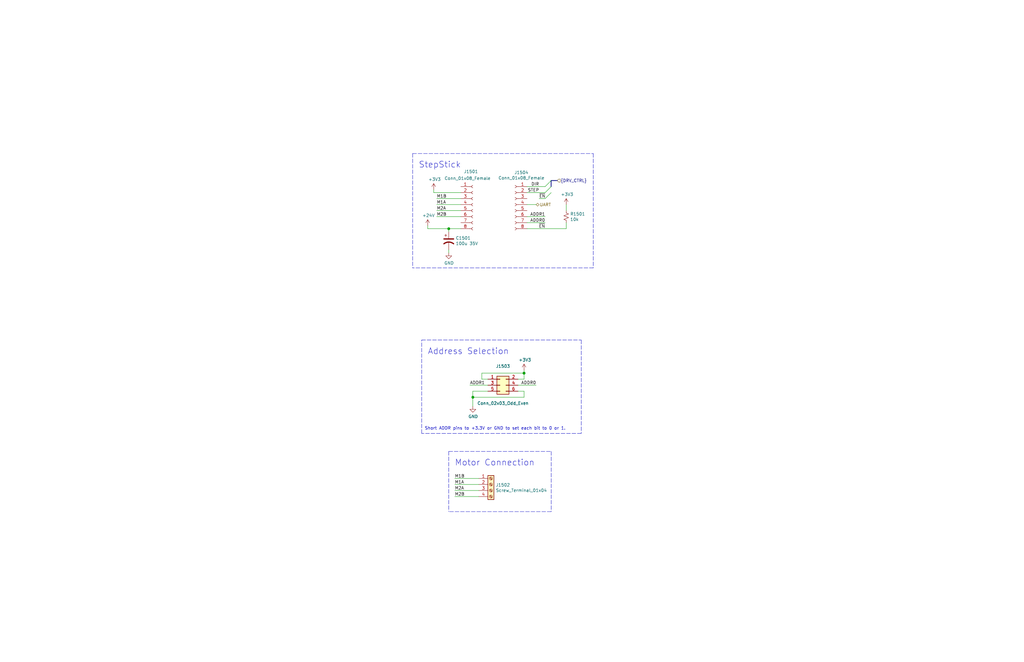
<source format=kicad_sch>
(kicad_sch (version 20200714) (host eeschema "5.99.0-unknown-9b6ade6b1~102~ubuntu20.04.1")
  (page 0 15)
  (paper "B")
  (title_block (title "StepStick Interface") (date "2020-06-24") (rev "1.0") (comment 1 "Drawn by: Cameron McQuinn"))
  (lib_symbols
    (symbol "Connector:Conn_01x08_Female" (pin_names hide)
      (property "Reference" "J" (at 0 10.16 0))
      (property "Value" "Conn_01x08_Female" (at 0 -12.7 0))
      (symbol "Conn_01x08_Female_1_1"
        (arc (start 0 -9.652) (end 0 -10.668) (radius (at 0 -10.16) (length 0.508) (angles 90.1 -90.1)) (stroke (width 0.1524)))
        (arc (start 0 -7.112) (end 0 -8.128) (radius (at 0 -7.62) (length 0.508) (angles 90.1 -90.1)) (stroke (width 0.1524)))
        (arc (start 0 -4.572) (end 0 -5.588) (radius (at 0 -5.08) (length 0.508) (angles 90.1 -90.1)) (stroke (width 0.1524)))
        (arc (start 0 -2.032) (end 0 -3.048) (radius (at 0 -2.54) (length 0.508) (angles 90.1 -90.1)) (stroke (width 0.1524)))
        (arc (start 0 0.508) (end 0 -0.508) (radius (at 0 0) (length 0.508) (angles 90.1 -90.1)) (stroke (width 0.1524)))
        (arc (start 0 3.048) (end 0 2.032) (radius (at 0 2.54) (length 0.508) (angles 90.1 -90.1)) (stroke (width 0.1524)))
        (arc (start 0 5.588) (end 0 4.572) (radius (at 0 5.08) (length 0.508) (angles 90.1 -90.1)) (stroke (width 0.1524)))
        (arc (start 0 8.128) (end 0 7.112) (radius (at 0 7.62) (length 0.508) (angles 90.1 -90.1)) (stroke (width 0.1524)))
        (polyline (pts (xy -1.27 -10.16) (xy -0.508 -10.16)) (stroke (width 0.1524)))
        (polyline (pts (xy -1.27 -7.62) (xy -0.508 -7.62)) (stroke (width 0.1524)))
        (polyline (pts (xy -1.27 -5.08) (xy -0.508 -5.08)) (stroke (width 0.1524)))
        (polyline (pts (xy -1.27 -2.54) (xy -0.508 -2.54)) (stroke (width 0.1524)))
        (polyline (pts (xy -1.27 0) (xy -0.508 0)) (stroke (width 0.1524)))
        (polyline (pts (xy -1.27 2.54) (xy -0.508 2.54)) (stroke (width 0.1524)))
        (polyline (pts (xy -1.27 5.08) (xy -0.508 5.08)) (stroke (width 0.1524)))
        (polyline (pts (xy -1.27 7.62) (xy -0.508 7.62)) (stroke (width 0.1524)))
        (pin passive line (at -5.08 7.62 0) (length 3.81) (name "Pin_1") (number "1"))
        (pin passive line (at -5.08 5.08 0) (length 3.81) (name "Pin_2") (number "2"))
        (pin passive line (at -5.08 2.54 0) (length 3.81) (name "Pin_3") (number "3"))
        (pin passive line (at -5.08 0 0) (length 3.81) (name "Pin_4") (number "4"))
        (pin passive line (at -5.08 -2.54 0) (length 3.81) (name "Pin_5") (number "5"))
        (pin passive line (at -5.08 -5.08 0) (length 3.81) (name "Pin_6") (number "6"))
        (pin passive line (at -5.08 -7.62 0) (length 3.81) (name "Pin_7") (number "7"))
        (pin passive line (at -5.08 -10.16 0) (length 3.81) (name "Pin_8") (number "8"))
      )
    )
    (symbol "Connector:Screw_Terminal_01x04" (pin_names hide)
      (property "Reference" "J" (at 0 5.08 0))
      (property "Value" "Screw_Terminal_01x04" (at 0 -7.62 0))
      (symbol "Screw_Terminal_01x04_1_1"
        (circle (center 0 -5.08) (radius 0.635) (stroke (width 0.1524)))
        (circle (center 0 -2.54) (radius 0.635) (stroke (width 0.1524)))
        (circle (center 0 0) (radius 0.635) (stroke (width 0.1524)))
        (circle (center 0 2.54) (radius 0.635) (stroke (width 0.1524)))
        (rectangle (start -1.27 3.81) (end 1.27 -6.35) (stroke (width 0.254)) (fill (type background)))
        (polyline (pts (xy -0.5334 -4.7498) (xy 0.3302 -5.588)) (stroke (width 0.1524)))
        (polyline (pts (xy -0.5334 -2.2098) (xy 0.3302 -3.048)) (stroke (width 0.1524)))
        (polyline (pts (xy -0.5334 0.3302) (xy 0.3302 -0.508)) (stroke (width 0.1524)))
        (polyline (pts (xy -0.5334 2.8702) (xy 0.3302 2.032)) (stroke (width 0.1524)))
        (polyline (pts (xy -0.3556 -4.572) (xy 0.508 -5.4102)) (stroke (width 0.1524)))
        (polyline (pts (xy -0.3556 -2.032) (xy 0.508 -2.8702)) (stroke (width 0.1524)))
        (polyline (pts (xy -0.3556 0.508) (xy 0.508 -0.3302)) (stroke (width 0.1524)))
        (polyline (pts (xy -0.3556 3.048) (xy 0.508 2.2098)) (stroke (width 0.1524)))
        (pin passive line (at -5.08 2.54 0) (length 3.81) (name "Pin_1") (number "1"))
        (pin passive line (at -5.08 0 0) (length 3.81) (name "Pin_2") (number "2"))
        (pin passive line (at -5.08 -2.54 0) (length 3.81) (name "Pin_3") (number "3"))
        (pin passive line (at -5.08 -5.08 0) (length 3.81) (name "Pin_4") (number "4"))
      )
    )
    (symbol "Connector_Generic:Conn_02x03_Odd_Even" (pin_names hide)
      (property "Reference" "J" (at 1.27 5.08 0))
      (property "Value" "Conn_02x03_Odd_Even" (at 1.27 -5.08 0))
      (symbol "Conn_02x03_Odd_Even_1_1"
        (rectangle (start -1.27 -2.413) (end 0 -2.667) (stroke (width 0.1524)))
        (rectangle (start -1.27 2.667) (end 0 2.413) (stroke (width 0.1524)))
        (rectangle (start -1.27 3.81) (end 3.81 -3.81) (stroke (width 0.254)) (fill (type background)))
        (rectangle (start -1.27 0.127) (end 0 -0.127) (stroke (width 0.1524)))
        (rectangle (start 3.81 -2.413) (end 2.54 -2.667) (stroke (width 0.1524)))
        (rectangle (start 3.81 2.667) (end 2.54 2.413) (stroke (width 0.1524)))
        (rectangle (start 3.81 0.127) (end 2.54 -0.127) (stroke (width 0.1524)))
        (pin passive line (at -5.08 2.54 0) (length 3.81) (name "Pin_1") (number "1"))
        (pin passive line (at 7.62 2.54 180) (length 3.81) (name "Pin_2") (number "2"))
        (pin passive line (at -5.08 0 0) (length 3.81) (name "Pin_3") (number "3"))
        (pin passive line (at 7.62 0 180) (length 3.81) (name "Pin_4") (number "4"))
        (pin passive line (at -5.08 -2.54 0) (length 3.81) (name "Pin_5") (number "5"))
        (pin passive line (at 7.62 -2.54 180) (length 3.81) (name "Pin_6") (number "6"))
      )
    )
    (symbol "Device:CP1" (pin_numbers hide) (pin_names (offset 0.254) hide)
      (property "Reference" "C" (at 0.635 2.54 0))
      (property "Value" "CP1" (at 0.635 -2.54 0))
      (symbol "CP1_0_1"
        (arc (start -2.032 -1.27) (end 2.032 -1.27) (radius (at 0 -3.81) (length 3.2512) (angles 128.7 51.3)) (stroke (width 0.508)))
        (polyline (pts (xy -2.032 0.762) (xy 2.032 0.762)) (stroke (width 0.508)))
        (polyline (pts (xy -1.778 2.286) (xy -0.762 2.286)))
        (polyline (pts (xy -1.27 1.778) (xy -1.27 2.794)))
      )
      (symbol "CP1_1_1"
        (pin passive line (at 0 3.81 270) (length 2.794) (name "~") (number "1"))
        (pin passive line (at 0 -3.81 90) (length 3.302) (name "~") (number "2"))
      )
    )
    (symbol "Device:R_Small_US" (pin_numbers hide) (pin_names (offset 0.254) hide)
      (property "Reference" "R" (at 0.762 0.508 0))
      (property "Value" "R_Small_US" (at 0.762 -1.016 0))
      (symbol "R_Small_US_1_1"
        (polyline (pts (xy 0 0) (xy 1.016 -0.381) (xy 0 -0.762) (xy -1.016 -1.143) (xy 0 -1.524)))
        (polyline (pts (xy 0 1.524) (xy 1.016 1.143) (xy 0 0.762) (xy -1.016 0.381) (xy 0 0)))
        (pin passive line (at 0 2.54 270) (length 1.016) (name "~") (number "1"))
        (pin passive line (at 0 -2.54 90) (length 1.016) (name "~") (number "2"))
      )
    )
    (symbol "power:+24V" (power) (pin_names (offset 0))
      (property "Value" "+24V" (at 0 3.556 0))
      (symbol "+24V_0_1"
        (polyline (pts (xy -0.762 1.27) (xy 0 2.54)))
        (polyline (pts (xy 0 0) (xy 0 2.54)))
        (polyline (pts (xy 0 2.54) (xy 0.762 1.27)))
      )
      (symbol "+24V_1_1"
        (pin power_in line (at 0 0 90) (length 0) hide (name "+24V") (number "1"))
      )
    )
    (symbol "power:+3V3" (power) (pin_names (offset 0))
      (property "Value" "+3V3" (at 0 3.556 0))
      (symbol "+3V3_0_1"
        (polyline (pts (xy -0.762 1.27) (xy 0 2.54)))
        (polyline (pts (xy 0 0) (xy 0 2.54)))
        (polyline (pts (xy 0 2.54) (xy 0.762 1.27)))
      )
      (symbol "+3V3_1_1"
        (pin power_in line (at 0 0 90) (length 0) hide (name "+3V3") (number "1"))
      )
    )
    (symbol "power:GND" (power) (pin_names (offset 0))
      (property "Value" "GND" (at 0 -3.81 0))
      (symbol "GND_0_1"
        (polyline (pts (xy 0 0) (xy 0 -1.27) (xy 1.27 -1.27) (xy 0 -2.54) (xy -1.27 -1.27) (xy 0 -1.27)))
      )
      (symbol "GND_1_1"
        (pin power_in line (at 0 0 270) (length 0) hide (name "GND") (number "1"))
      )
    )
  )
  (bus_alias "DRV_CTRL" (members "STEP" "DIR" "~EN"))
  (junction (at 189.23 96.52) (diameter 1.016))
  (junction (at 199.39 167.64) (diameter 1.016))
  (junction (at 220.98 157.48) (diameter 1.016))
  (bus_entry (at 229.87 78.74) (size 2.54 -2.54) (stroke (width 0.1524)))
  (bus_entry (at 229.87 81.28) (size 2.54 -2.54) (stroke (width 0.1524)))
  (bus_entry (at 229.87 83.82) (size 2.54 -2.54) (stroke (width 0.1524)))
  (wire (pts (xy 180.34 95.25) (xy 180.34 96.52)))
  (wire (pts (xy 182.88 80.01) (xy 182.88 81.28)))
  (wire (pts (xy 184.15 83.82) (xy 194.31 83.82)))
  (wire (pts (xy 184.15 86.36) (xy 194.31 86.36)))
  (wire (pts (xy 184.15 88.9) (xy 194.31 88.9)))
  (wire (pts (xy 184.15 91.44) (xy 194.31 91.44)))
  (wire (pts (xy 189.23 96.52) (xy 180.34 96.52)))
  (wire (pts (xy 189.23 96.52) (xy 189.23 97.79)))
  (wire (pts (xy 189.23 106.68) (xy 189.23 105.41)))
  (wire (pts (xy 191.77 201.93) (xy 201.93 201.93)))
  (wire (pts (xy 191.77 204.47) (xy 201.93 204.47)))
  (wire (pts (xy 191.77 207.01) (xy 201.93 207.01)))
  (wire (pts (xy 191.77 209.55) (xy 201.93 209.55)))
  (wire (pts (xy 194.31 81.28) (xy 182.88 81.28)))
  (wire (pts (xy 194.31 96.52) (xy 189.23 96.52)))
  (wire (pts (xy 199.39 165.1) (xy 199.39 167.64)))
  (wire (pts (xy 199.39 167.64) (xy 199.39 171.45)))
  (wire (pts (xy 199.39 167.64) (xy 220.98 167.64)))
  (wire (pts (xy 203.2 157.48) (xy 203.2 160.02)))
  (wire (pts (xy 203.2 160.02) (xy 205.74 160.02)))
  (wire (pts (xy 205.74 162.56) (xy 198.12 162.56)))
  (wire (pts (xy 205.74 165.1) (xy 199.39 165.1)))
  (wire (pts (xy 218.44 160.02) (xy 220.98 160.02)))
  (wire (pts (xy 218.44 162.56) (xy 226.06 162.56)))
  (wire (pts (xy 220.98 157.48) (xy 203.2 157.48)))
  (wire (pts (xy 220.98 157.48) (xy 220.98 156.21)))
  (wire (pts (xy 220.98 160.02) (xy 220.98 157.48)))
  (wire (pts (xy 220.98 165.1) (xy 218.44 165.1)))
  (wire (pts (xy 220.98 167.64) (xy 220.98 165.1)))
  (wire (pts (xy 222.25 78.74) (xy 229.87 78.74)))
  (wire (pts (xy 222.25 81.28) (xy 229.87 81.28)))
  (wire (pts (xy 222.25 86.36) (xy 226.06 86.36)))
  (wire (pts (xy 222.25 91.44) (xy 229.87 91.44)))
  (wire (pts (xy 222.25 93.98) (xy 229.87 93.98)))
  (wire (pts (xy 222.25 96.52) (xy 238.76 96.52)))
  (wire (pts (xy 227.33 83.82) (xy 229.87 83.82)))
  (wire (pts (xy 238.76 86.36) (xy 238.76 88.9)))
  (wire (pts (xy 238.76 93.98) (xy 238.76 96.52)))
  (bus (pts (xy 232.41 76.2) (xy 232.41 81.28)))
  (bus (pts (xy 232.41 76.2) (xy 234.95 76.2)))
  (polyline (pts (xy 173.99 64.77) (xy 173.99 113.03)) (stroke (width 0) (type dash)))
  (polyline (pts (xy 173.99 64.77) (xy 250.19 64.77)) (stroke (width 0) (type dash)))
  (polyline (pts (xy 177.8 143.51) (xy 245.11 143.51)) (stroke (width 0) (type dash)))
  (polyline (pts (xy 177.8 182.88) (xy 177.8 143.51)) (stroke (width 0) (type dash)))
  (polyline (pts (xy 189.23 190.5) (xy 189.23 215.9)) (stroke (width 0) (type dash)))
  (polyline (pts (xy 189.23 190.5) (xy 232.41 190.5)) (stroke (width 0) (type dash)))
  (polyline (pts (xy 232.41 190.5) (xy 232.41 215.9)) (stroke (width 0) (type dash)))
  (polyline (pts (xy 232.41 215.9) (xy 189.23 215.9)) (stroke (width 0) (type dash)))
  (polyline (pts (xy 245.11 143.51) (xy 245.11 182.88)) (stroke (width 0) (type dash)))
  (polyline (pts (xy 245.11 182.88) (xy 177.8 182.88)) (stroke (width 0) (type dash)))
  (polyline (pts (xy 250.19 64.77) (xy 250.19 113.03)) (stroke (width 0) (type dash)))
  (polyline (pts (xy 250.19 113.03) (xy 173.99 113.03)) (stroke (width 0) (type dash)))
  (text "StepStick" (at 176.53 71.12 0) (effects (font (size 2.54 2.54)) (justify left bottom)))
  (text "Short ADDR pins to +3.3V or GND to set each bit to 0 or 1." (at 179.07 181.61 0) (effects (font (size 1.27 1.27)) (justify left bottom)))
  (text "Address Selection" (at 180.34 149.86 0) (effects (font (size 2.54 2.54)) (justify left bottom)))
  (text "Motor Connection" (at 191.77 196.85 0) (effects (font (size 2.54 2.54)) (justify left bottom)))
  (label "M1B" (at 184.15 83.82 0))
  (label "M1A" (at 184.15 86.36 0))
  (label "M2A" (at 184.15 88.9 0))
  (label "M2B" (at 184.15 91.44 0))
  (label "M1B" (at 191.77 201.93 0))
  (label "M1A" (at 191.77 204.47 0))
  (label "M2A" (at 191.77 207.01 0))
  (label "M2B" (at 191.77 209.55 0))
  (label "ADDR1" (at 198.12 162.56 0))
  (label "ADDR0" (at 226.06 162.56 180))
  (label "DIR" (at 227.33 78.74 180))
  (label "STEP" (at 227.33 81.28 180))
  (label "~EN" (at 227.33 83.82 0))
  (label "ADDR1" (at 229.87 91.44 180))
  (label "ADDR0" (at 229.87 93.98 180))
  (label "~EN" (at 229.87 96.52 180))
  (hierarchical_label "UART" (shape bidirectional) (at 226.06 86.36 0))
  (hierarchical_label "{DRV_CTRL}" (shape input) (at 234.95 76.2 0))
  (symbol (lib_id "power:+24V") (at 180.34 95.25 0)
    (property "Reference" "#PWR01501" (effects hide))
    (property "Value" "+24V" (at 180.7083 90.9256 0))
  )
  (symbol (lib_id "power:+3V3") (at 182.88 80.01 0)
    (property "Reference" "#PWR01502" (effects hide))
    (property "Value" "+3V3" (at 183.2483 75.6856 0))
  )
  (symbol (lib_id "power:+3V3") (at 220.98 156.21 0)
    (property "Reference" "#PWR01505" (effects hide))
    (property "Value" "+3V3" (at 221.3483 151.8856 0))
  )
  (symbol (lib_id "power:+3V3") (at 238.76 86.36 0)
    (property "Reference" "#PWR01506" (effects hide))
    (property "Value" "+3V3" (at 239.1283 82.0356 0))
  )
  (symbol (lib_id "power:GND") (at 189.23 106.68 0)
    (property "Reference" "#PWR01503" (effects hide))
    (property "Value" "GND" (at 189.3443 111.0044 0))
  )
  (symbol (lib_id "power:GND") (at 199.39 171.45 0)
    (property "Reference" "#PWR0129" (effects hide))
    (property "Value" "GND" (at 199.5043 175.7744 0))
  )
  (symbol (lib_id "Device:R_Small_US") (at 238.76 91.44 0)
    (property "Reference" "R1501" (at 240.4111 90.2906 0) (effects (justify left)))
    (property "Value" "10k" (at 240.4111 92.5893 0) (effects (justify left)))
    (property "Footprint" "Resistor_SMD:R_0603_1608Metric" (effects hide))
  )
  (symbol (lib_id "Device:CP1") (at 189.23 101.6 0)
    (property "Reference" "C1501" (at 192.1511 100.4506 0) (effects (justify left)))
    (property "Value" "100u 35V" (at 192.1511 102.7493 0) (effects (justify left)))
    (property "Footprint" "Capacitor_SMD:CP_Elec_5x3" (effects hide))
  )
  (symbol (lib_id "Connector:Screw_Terminal_01x04") (at 207.01 204.47 0)
    (property "Reference" "J1502" (at 209.0421 204.6414 0) (effects (justify left)))
    (property "Value" "Screw_Terminal_01x04" (at 209.0421 206.9401 0) (effects (justify left)))
    (property "Footprint" "TerminalBlock_Phoenix:TerminalBlock_Phoenix_MPT-0,5-4-2.54_1x04_P2.54mm_Horizontal" (effects hide))
  )
  (symbol (lib_id "Connector_Generic:Conn_02x03_Odd_Even") (at 210.82 162.56 0)
    (property "Reference" "J1503" (at 212.09 154.5398 0))
    (property "Value" "Conn_02x03_Odd_Even" (at 212.09 170.18 0))
    (property "Footprint" "Connector_PinHeader_2.54mm:PinHeader_2x03_P2.54mm_Vertical" (effects hide))
  )
  (symbol (lib_id "Connector:Conn_01x08_Female") (at 199.39 86.36 0)
    (property "Reference" "J1501" (at 195.58 72.39 0) (effects (justify left)))
    (property "Value" "Conn_01x08_Female" (at 187.4013 75.2665 0) (effects (justify left)))
    (property "Footprint" "Connector_PinSocket_2.54mm:PinSocket_1x08_P2.54mm_Vertical" (effects hide))
  )
  (symbol (lib_id "Connector:Conn_01x08_Female") (at 217.17 86.36 0) (mirror y)
    (property "Reference" "J1504" (at 219.8624 72.8026 0))
    (property "Value" "Conn_01x08_Female" (at 219.8624 75.1013 0))
    (property "Footprint" "Connector_PinSocket_2.54mm:PinSocket_1x08_P2.54mm_Vertical" (effects hide))
  )
)
</source>
